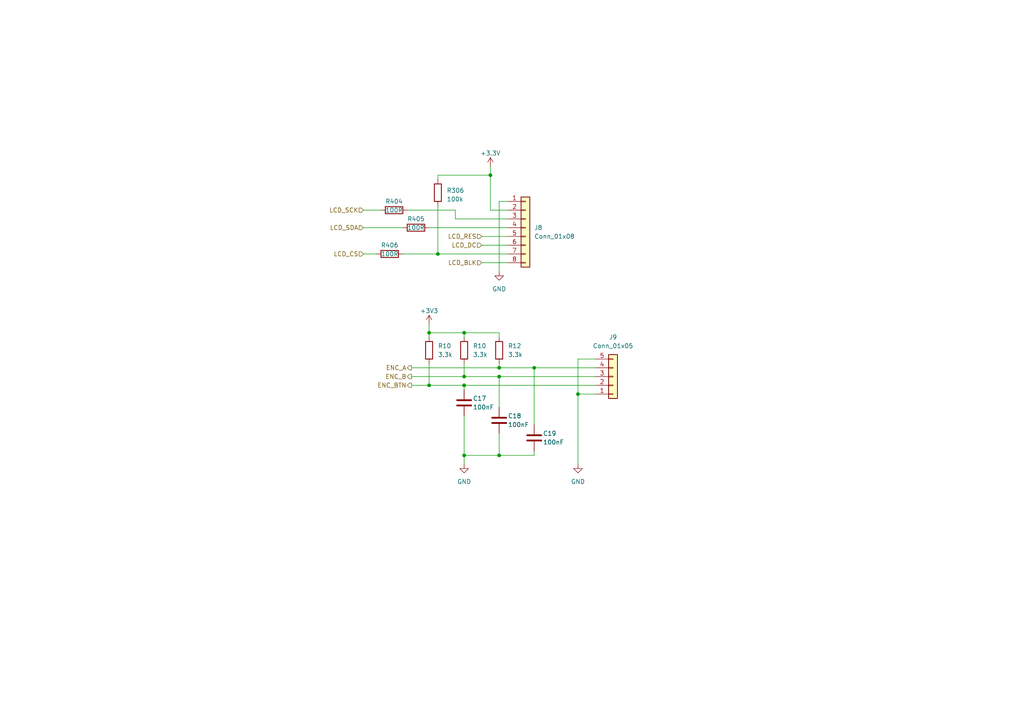
<source format=kicad_sch>
(kicad_sch (version 20230121) (generator eeschema)
  (paper "A4")
  (title_block (title "STM32 USB Audio Interface - Display and Buttons") (date "2023-04-15") (rev "A"))
  (lib_symbols
    (symbol "+3.3V_1" (power) (pin_names (offset 0))
      (property "Value" "+3.3V_1" (at 0 3.556 0))
      (symbol "+3.3V_1_0_1"
        (polyline (pts (xy -0.762 1.27) (xy 0 2.54)))
        (polyline (pts (xy 0 0) (xy 0 2.54)))
        (polyline (pts (xy 0 2.54) (xy 0.762 1.27)))
      )
      (symbol "+3.3V_1_1_1"
        (pin power_in line (at 0 0 90) (length 0) hide (name "+3.3V") (number "1"))
      )
    )
    (symbol "Connector_Generic:Conn_01x05" (pin_names (offset 1.016) hide)
      (property "Reference" "J" (at 0 7.62 0))
      (property "Value" "Conn_01x05" (at 0 -7.62 0))
      (symbol "Conn_01x05_1_1"
        (rectangle (start -1.27 -4.953) (end 0 -5.207) (stroke (width 0.1524)))
        (rectangle (start -1.27 -2.413) (end 0 -2.667) (stroke (width 0.1524)))
        (rectangle (start -1.27 0.127) (end 0 -0.127) (stroke (width 0.1524)))
        (rectangle (start -1.27 2.667) (end 0 2.413) (stroke (width 0.1524)))
        (rectangle (start -1.27 5.207) (end 0 4.953) (stroke (width 0.1524)))
        (rectangle (start -1.27 6.35) (end 1.27 -6.35) (stroke (width 0.254)) (fill (type background)))
        (pin passive line (at -5.08 5.08 0) (length 3.81) (name "Pin_1") (number "1"))
        (pin passive line (at -5.08 2.54 0) (length 3.81) (name "Pin_2") (number "2"))
        (pin passive line (at -5.08 0 0) (length 3.81) (name "Pin_3") (number "3"))
        (pin passive line (at -5.08 -2.54 0) (length 3.81) (name "Pin_4") (number "4"))
        (pin passive line (at -5.08 -5.08 0) (length 3.81) (name "Pin_5") (number "5"))
      )
    )
    (symbol "Connector_Generic:Conn_01x08" (pin_names (offset 1.016) hide)
      (property "Reference" "J" (at 0 10.16 0))
      (property "Value" "Conn_01x08" (at 0 -12.7 0))
      (symbol "Conn_01x08_1_1"
        (rectangle (start -1.27 -10.033) (end 0 -10.287) (stroke (width 0.1524)))
        (rectangle (start -1.27 -7.493) (end 0 -7.747) (stroke (width 0.1524)))
        (rectangle (start -1.27 -4.953) (end 0 -5.207) (stroke (width 0.1524)))
        (rectangle (start -1.27 -2.413) (end 0 -2.667) (stroke (width 0.1524)))
        (rectangle (start -1.27 0.127) (end 0 -0.127) (stroke (width 0.1524)))
        (rectangle (start -1.27 2.667) (end 0 2.413) (stroke (width 0.1524)))
        (rectangle (start -1.27 5.207) (end 0 4.953) (stroke (width 0.1524)))
        (rectangle (start -1.27 7.747) (end 0 7.493) (stroke (width 0.1524)))
        (rectangle (start -1.27 8.89) (end 1.27 -11.43) (stroke (width 0.254)) (fill (type background)))
        (pin passive line (at -5.08 7.62 0) (length 3.81) (name "Pin_1") (number "1"))
        (pin passive line (at -5.08 5.08 0) (length 3.81) (name "Pin_2") (number "2"))
        (pin passive line (at -5.08 2.54 0) (length 3.81) (name "Pin_3") (number "3"))
        (pin passive line (at -5.08 0 0) (length 3.81) (name "Pin_4") (number "4"))
        (pin passive line (at -5.08 -2.54 0) (length 3.81) (name "Pin_5") (number "5"))
        (pin passive line (at -5.08 -5.08 0) (length 3.81) (name "Pin_6") (number "6"))
        (pin passive line (at -5.08 -7.62 0) (length 3.81) (name "Pin_7") (number "7"))
        (pin passive line (at -5.08 -10.16 0) (length 3.81) (name "Pin_8") (number "8"))
      )
    )
    (symbol "Device:C" (pin_numbers hide) (pin_names (offset 0.254))
      (property "Reference" "C" (at 0.635 2.54 0))
      (property "Value" "C" (at 0.635 -2.54 0))
      (symbol "C_0_1"
        (polyline (pts (xy -2.032 -0.762) (xy 2.032 -0.762)) (stroke (width 0.508)))
        (polyline (pts (xy -2.032 0.762) (xy 2.032 0.762)) (stroke (width 0.508)))
      )
      (symbol "C_1_1"
        (pin passive line (at 0 3.81 270) (length 2.794) (name "~") (number "1"))
        (pin passive line (at 0 -3.81 90) (length 2.794) (name "~") (number "2"))
      )
    )
    (symbol "Device:R" (pin_numbers hide) (pin_names (offset 0))
      (property "Reference" "R" (at 2.032 0 90))
      (property "Value" "R" (at 0 0 90))
      (symbol "R_0_1"
        (rectangle (start -1.016 -2.54) (end 1.016 2.54) (stroke (width 0.254)))
      )
      (symbol "R_1_1"
        (pin passive line (at 0 3.81 270) (length 1.27) (name "~") (number "1"))
        (pin passive line (at 0 -3.81 90) (length 1.27) (name "~") (number "2"))
      )
    )
    (symbol "GND_1" (power) (pin_names (offset 0))
      (property "Value" "GND_1" (at 0 -3.81 0))
      (symbol "GND_1_0_1"
        (polyline (pts (xy 0 0) (xy 0 -1.27) (xy 1.27 -1.27) (xy 0 -2.54) (xy -1.27 -1.27) (xy 0 -1.27)))
      )
      (symbol "GND_1_1_1"
        (pin power_in line (at 0 0 270) (length 0) hide (name "GND") (number "1"))
      )
    )
    (symbol "power:+3.3V" (power) (pin_names (offset 0))
      (property "Value" "+3.3V" (at 0 3.556 0))
      (symbol "+3.3V_0_1"
        (polyline (pts (xy -0.762 1.27) (xy 0 2.54)))
        (polyline (pts (xy 0 0) (xy 0 2.54)))
        (polyline (pts (xy 0 2.54) (xy 0.762 1.27)))
      )
      (symbol "+3.3V_1_1"
        (pin power_in line (at 0 0 90) (length 0) hide (name "+3V3") (number "1"))
      )
    )
    (symbol "power:GND" (power) (pin_names (offset 0))
      (property "Value" "GND" (at 0 -3.81 0))
      (symbol "GND_0_1"
        (polyline (pts (xy 0 0) (xy 0 -1.27) (xy 1.27 -1.27) (xy 0 -2.54) (xy -1.27 -1.27) (xy 0 -1.27)))
      )
      (symbol "GND_1_1"
        (pin power_in line (at 0 0 270) (length 0) hide (name "GND") (number "1"))
      )
    )
  )
  (junction (at 134.62 132.08))
  (junction (at 124.46 96.52))
  (junction (at 142.24 50.8))
  (junction (at 127 73.66))
  (junction (at 134.62 111.76))
  (junction (at 167.64 114.3))
  (junction (at 144.78 109.22))
  (junction (at 154.94 106.68))
  (junction (at 124.46 111.76))
  (junction (at 144.78 106.68))
  (junction (at 134.62 96.52))
  (junction (at 134.62 109.22))
  (junction (at 144.78 132.08))
  (wire (pts (xy 144.78 97.79) (xy 144.78 96.52)))
  (wire (pts (xy 147.32 58.42) (xy 144.78 58.42)))
  (wire (pts (xy 116.84 73.66) (xy 127 73.66)))
  (wire (pts (xy 105.41 73.66) (xy 109.22 73.66)))
  (wire (pts (xy 167.64 104.14) (xy 167.64 114.3)))
  (wire (pts (xy 144.78 106.68) (xy 154.94 106.68)))
  (wire (pts (xy 139.7 68.58) (xy 147.32 68.58)))
  (wire (pts (xy 154.94 132.08) (xy 144.78 132.08)))
  (wire (pts (xy 119.38 109.22) (xy 134.62 109.22)))
  (wire (pts (xy 134.62 111.76) (xy 134.62 113.03)))
  (wire (pts (xy 134.62 109.22) (xy 134.62 105.41)))
  (wire (pts (xy 144.78 58.42) (xy 144.78 78.74)))
  (wire (pts (xy 172.72 109.22) (xy 144.78 109.22)))
  (wire (pts (xy 127 50.8) (xy 127 52.07)))
  (wire (pts (xy 105.41 66.04) (xy 116.84 66.04)))
  (wire (pts (xy 154.94 123.19) (xy 154.94 106.68)))
  (wire (pts (xy 144.78 109.22) (xy 144.78 118.11)))
  (wire (pts (xy 142.24 60.96) (xy 147.32 60.96)))
  (wire (pts (xy 144.78 132.08) (xy 134.62 132.08)))
  (wire (pts (xy 124.46 93.98) (xy 124.46 96.52)))
  (wire (pts (xy 127 59.69) (xy 127 73.66)))
  (wire (pts (xy 144.78 96.52) (xy 134.62 96.52)))
  (wire (pts (xy 139.7 76.2) (xy 147.32 76.2)))
  (wire (pts (xy 134.62 96.52) (xy 134.62 97.79)))
  (wire (pts (xy 167.64 114.3) (xy 172.72 114.3)))
  (wire (pts (xy 139.7 71.12) (xy 147.32 71.12)))
  (wire (pts (xy 142.24 50.8) (xy 142.24 60.96)))
  (wire (pts (xy 118.11 60.96) (xy 132.08 60.96)))
  (wire (pts (xy 154.94 132.08) (xy 154.94 130.81)))
  (wire (pts (xy 124.46 111.76) (xy 134.62 111.76)))
  (wire (pts (xy 167.64 134.62) (xy 167.64 114.3)))
  (wire (pts (xy 167.64 104.14) (xy 172.72 104.14)))
  (wire (pts (xy 127 73.66) (xy 147.32 73.66)))
  (wire (pts (xy 119.38 111.76) (xy 124.46 111.76)))
  (wire (pts (xy 127 50.8) (xy 142.24 50.8)))
  (wire (pts (xy 105.41 60.96) (xy 110.49 60.96)))
  (wire (pts (xy 124.46 105.41) (xy 124.46 111.76)))
  (wire (pts (xy 119.38 106.68) (xy 144.78 106.68)))
  (wire (pts (xy 132.08 60.96) (xy 132.08 63.5)))
  (wire (pts (xy 134.62 132.08) (xy 134.62 134.62)))
  (wire (pts (xy 134.62 111.76) (xy 172.72 111.76)))
  (wire (pts (xy 144.78 109.22) (xy 134.62 109.22)))
  (wire (pts (xy 144.78 125.73) (xy 144.78 132.08)))
  (wire (pts (xy 154.94 106.68) (xy 172.72 106.68)))
  (wire (pts (xy 132.08 63.5) (xy 147.32 63.5)))
  (wire (pts (xy 144.78 106.68) (xy 144.78 105.41)))
  (wire (pts (xy 134.62 120.65) (xy 134.62 132.08)))
  (wire (pts (xy 124.46 96.52) (xy 124.46 97.79)))
  (wire (pts (xy 124.46 66.04) (xy 147.32 66.04)))
  (wire (pts (xy 142.24 48.26) (xy 142.24 50.8)))
  (wire (pts (xy 134.62 96.52) (xy 124.46 96.52)))
  (hierarchical_label "ENC_BTN" (shape output) (at 119.38 111.76 180) (property "Intersheetrefs" "${INTERSHEET_REFS}" (effects hide)))
  (hierarchical_label "ENC_A" (shape output) (at 119.38 106.68 180) (property "Intersheetrefs" "${INTERSHEET_REFS}" (effects hide)))
  (hierarchical_label "LCD_RES" (shape input) (at 139.7 68.58 180) (property "Intersheetrefs" "${INTERSHEET_REFS}" (effects hide)))
  (hierarchical_label "LCD_BLK" (shape input) (at 139.7 76.2 180) (property "Intersheetrefs" "${INTERSHEET_REFS}" (effects hide)))
  (hierarchical_label "LCD_DC" (shape input) (at 139.7 71.12 180) (property "Intersheetrefs" "${INTERSHEET_REFS}" (effects hide)))
  (hierarchical_label "LCD_CS" (shape input) (at 105.41 73.66 180) (property "Intersheetrefs" "${INTERSHEET_REFS}" (effects hide)))
  (hierarchical_label "LCD_SDA" (shape input) (at 105.41 66.04 180) (property "Intersheetrefs" "${INTERSHEET_REFS}" (effects hide)))
  (hierarchical_label "ENC_B" (shape output) (at 119.38 109.22 180) (property "Intersheetrefs" "${INTERSHEET_REFS}" (effects hide)))
  (hierarchical_label "LCD_SCK" (shape input) (at 105.41 60.96 180) (property "Intersheetrefs" "${INTERSHEET_REFS}" (effects hide)))
  (symbol (lib_name "+3.3V_1") (lib_id "power:+3.3V") (at 142.24 48.26 0) (unit 1)
    (property "Reference" "#PWR0401" (effects hide))
    (property "Value" "+3.3V" (at 142.24 44.45 0))
  )
  (symbol (lib_id "Device:R") (at 134.62 101.6 0) (unit 1)
    (property "Reference" "R10" (at 137.16 100.3299 0) (effects (justify left)))
    (property "Value" "3.3k" (at 137.16 102.8699 0) (effects (justify left)))
    (property "Footprint" "Resistor_SMD:R_0402_1005Metric" (effects hide))
    (instances (project "stm32_audio_class_device" (path "" (reference "R10") (unit 1))) (project "STM32-USB-Audio-Board" (path "" (reference "R402") (unit 1))))
  )
  (symbol (lib_id "Device:R") (at 113.03 73.66 90) (unit 1)
    (property "Reference" "R406" (at 113.03 71.12 90))
    (property "Value" "100R" (at 113.03 73.66 90))
    (property "Footprint" "Resistor_SMD:R_0402_1005Metric" (effects hide))
  )
  (symbol (lib_id "Connector_Generic:Conn_01x05") (at 177.8 109.22 0) (mirror x) (unit 1)
    (property "Reference" "J9" (at 177.8 97.79 0))
    (property "Value" "Conn_01x05" (at 177.8 100.33 0))
    (property "Footprint" "Connector_JST:JST_PH_B5B-PH-K_1x05_P2.00mm_Vertical" (effects hide))
    (instances (project "stm32_audio_class_device" (path "" (reference "J9") (unit 1))) (project "STM32-USB-Audio-Board" (path "" (reference "J402") (unit 1))))
  )
  (symbol (lib_id "Device:C") (at 144.78 121.92 0) (unit 1)
    (property "Reference" "C18" (at 147.32 120.65 0) (effects (justify left)))
    (property "Value" "100nF" (at 147.32 123.19 0) (effects (justify left)))
    (property "Footprint" "Capacitor_SMD:C_0402_1005Metric" (effects hide))
    (instances (project "stm32_audio_class_device" (path "" (reference "C18") (unit 1))) (project "STM32-USB-Audio-Board" (path "" (reference "C402") (unit 1))))
  )
  (symbol (lib_id "Device:R") (at 127 55.88 0) (unit 1)
    (property "Reference" "R306" (at 129.54 55.245 0) (effects (justify left)))
    (property "Value" "100k" (at 129.54 57.785 0) (effects (justify left)))
    (property "Footprint" "Resistor_SMD:R_0402_1005Metric" (effects hide))
    (instances (project "Quad_RAK3172_Board" (path "" (reference "R306") (unit 1))) (project "pico-swd-programmer" (path "" (reference "R204") (unit 1))) (project "STM32-USB-Audio-Board" (path "" (reference "R209") (unit 1)) (path "" (reference "R407") (unit 1))) (project "ble-lamp" (path "" (reference "R201") (unit 1))))
  )
  (symbol (lib_id "power:+3.3V") (at 124.46 93.98 0) (unit 1)
    (property "Reference" "#PWR023" (effects hide))
    (property "Value" "+3.3V" (at 124.46 90.17 0))
    (instances (project "stm32_audio_class_device" (path "" (reference "#PWR023") (unit 1))) (project "STM32-USB-Audio-Board" (path "" (reference "#PWR0403") (unit 1))))
  )
  (symbol (lib_id "Connector_Generic:Conn_01x08") (at 152.4 66.04 0) (unit 1)
    (property "Reference" "J8" (at 154.94 66.0399 0) (effects (justify left)))
    (property "Value" "Conn_01x08" (at 154.94 68.5799 0) (effects (justify left)))
    (property "Footprint" "Connector_JST:JST_PH_B8B-PH-K_1x08_P2.00mm_Vertical" (effects hide))
    (instances (project "stm32_audio_class_device" (path "" (reference "J8") (unit 1))) (project "STM32-USB-Audio-Board" (path "" (reference "J401") (unit 1))))
  )
  (symbol (lib_id "Device:R") (at 120.65 66.04 90) (unit 1)
    (property "Reference" "R405" (at 120.65 63.5 90))
    (property "Value" "100R" (at 120.65 66.04 90))
    (property "Footprint" "Resistor_SMD:R_0402_1005Metric" (effects hide))
  )
  (symbol (lib_id "Device:R") (at 114.3 60.96 90) (unit 1)
    (property "Reference" "R404" (at 114.3 58.42 90))
    (property "Value" "100R" (at 114.3 60.96 90))
    (property "Footprint" "Resistor_SMD:R_0402_1005Metric" (effects hide))
  )
  (symbol (lib_id "Device:C") (at 134.62 116.84 0) (unit 1)
    (property "Reference" "C17" (at 137.16 115.57 0) (effects (justify left)))
    (property "Value" "100nF" (at 137.16 118.11 0) (effects (justify left)))
    (property "Footprint" "Capacitor_SMD:C_0402_1005Metric" (effects hide))
    (instances (project "stm32_audio_class_device" (path "" (reference "C17") (unit 1))) (project "STM32-USB-Audio-Board" (path "" (reference "C401") (unit 1))))
  )
  (symbol (lib_id "Device:C") (at 154.94 127 0) (unit 1)
    (property "Reference" "C19" (at 157.48 125.73 0) (effects (justify left)))
    (property "Value" "100nF" (at 157.48 128.27 0) (effects (justify left)))
    (property "Footprint" "Capacitor_SMD:C_0402_1005Metric" (effects hide))
    (instances (project "stm32_audio_class_device" (path "" (reference "C19") (unit 1))) (project "STM32-USB-Audio-Board" (path "" (reference "C403") (unit 1))))
  )
  (symbol (lib_id "power:GND") (at 134.62 134.62 0) (unit 1)
    (property "Reference" "#PWR024" (effects hide))
    (property "Value" "GND" (at 134.62 139.7 0))
    (instances (project "stm32_audio_class_device" (path "" (reference "#PWR024") (unit 1))) (project "STM32-USB-Audio-Board" (path "" (reference "#PWR0404") (unit 1))))
  )
  (symbol (lib_id "Device:R") (at 124.46 101.6 0) (unit 1)
    (property "Reference" "R10" (at 127 100.3299 0) (effects (justify left)))
    (property "Value" "3.3k" (at 127 102.8699 0) (effects (justify left)))
    (property "Footprint" "Resistor_SMD:R_0402_1005Metric" (effects hide))
    (instances (project "stm32_audio_class_device" (path "" (reference "R10") (unit 1))) (project "STM32-USB-Audio-Board" (path "" (reference "R401") (unit 1))))
  )
  (symbol (lib_id "power:GND") (at 167.64 134.62 0) (unit 1)
    (property "Reference" "#PWR024" (effects hide))
    (property "Value" "GND" (at 167.64 139.7 0))
    (instances (project "stm32_audio_class_device" (path "" (reference "#PWR024") (unit 1))) (project "STM32-USB-Audio-Board" (path "" (reference "#PWR0405") (unit 1))))
  )
  (symbol (lib_name "GND_1") (lib_id "power:GND") (at 144.78 78.74 0) (unit 1)
    (property "Reference" "#PWR0402" (effects hide))
    (property "Value" "GND" (at 144.78 83.82 0))
  )
  (symbol (lib_id "Device:R") (at 144.78 101.6 0) (unit 1)
    (property "Reference" "R12" (at 147.32 100.3299 0) (effects (justify left)))
    (property "Value" "3.3k" (at 147.32 102.8699 0) (effects (justify left)))
    (property "Footprint" "Resistor_SMD:R_0402_1005Metric" (effects hide))
    (instances (project "stm32_audio_class_device" (path "" (reference "R12") (unit 1))) (project "STM32-USB-Audio-Board" (path "" (reference "R403") (unit 1))))
  )
)
</source>
